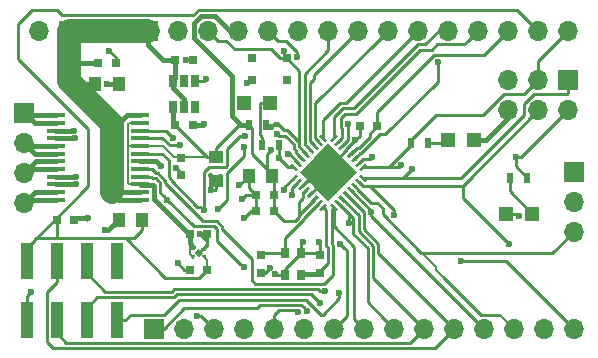
<source format=gbr>
G04 #@! TF.FileFunction,Copper,L1,Top,Signal*
%FSLAX46Y46*%
G04 Gerber Fmt 4.6, Leading zero omitted, Abs format (unit mm)*
G04 Created by KiCad (PCBNEW 4.0.7) date 01/27/18 13:27:30*
%MOMM*%
%LPD*%
G01*
G04 APERTURE LIST*
%ADD10C,0.100000*%
%ADD11R,1.000000X1.250000*%
%ADD12R,1.000000X3.150000*%
%ADD13R,0.650000X0.700000*%
%ADD14R,0.750000X0.800000*%
%ADD15R,0.800000X0.750000*%
%ADD16R,1.200000X1.200000*%
%ADD17R,0.500000X0.900000*%
%ADD18R,1.700000X1.700000*%
%ADD19O,1.700000X1.700000*%
%ADD20R,0.650000X1.060000*%
%ADD21R,1.250000X1.000000*%
%ADD22R,0.750000X0.850000*%
%ADD23R,1.500000X0.450000*%
%ADD24R,0.360000X0.210000*%
%ADD25C,0.600000*%
%ADD26C,0.250000*%
%ADD27C,0.400000*%
%ADD28C,0.200000*%
%ADD29C,2.000000*%
G04 APERTURE END LIST*
D10*
D11*
X99000000Y-103500000D03*
X97000000Y-103500000D03*
D12*
X96810000Y-106975000D03*
X96810000Y-112025000D03*
X94270000Y-106975000D03*
X94270000Y-112025000D03*
X91730000Y-106975000D03*
X91730000Y-112025000D03*
X89190000Y-106975000D03*
X89190000Y-112025000D03*
D13*
X108250000Y-89800000D03*
X111200000Y-89800000D03*
X108250000Y-91700000D03*
X111200000Y-91700000D03*
D14*
X114000000Y-106500000D03*
X114000000Y-108000000D03*
X109000000Y-108000000D03*
X109000000Y-106500000D03*
D15*
X110100000Y-101400000D03*
X108600000Y-101400000D03*
X110100000Y-102800000D03*
X108600000Y-102800000D03*
X118900000Y-95600000D03*
X117400000Y-95600000D03*
X93250000Y-103500000D03*
X91750000Y-103500000D03*
D14*
X102250000Y-99750000D03*
X102250000Y-98250000D03*
D15*
X103250000Y-95500000D03*
X101750000Y-95500000D03*
D16*
X124900000Y-96800000D03*
X127100000Y-96800000D03*
X109800000Y-93600000D03*
X107600000Y-93600000D03*
X132000000Y-103000000D03*
X129800000Y-103000000D03*
D17*
X108000000Y-95500000D03*
X109500000Y-95500000D03*
X109100000Y-97200000D03*
X110600000Y-97200000D03*
X121700000Y-97000000D03*
X123200000Y-97000000D03*
X130100000Y-100000000D03*
X131600000Y-100000000D03*
D15*
X103000000Y-107750000D03*
X104500000Y-107750000D03*
D18*
X135500000Y-99500000D03*
D19*
X135500000Y-102040000D03*
X135500000Y-104580000D03*
D20*
X101550000Y-93950000D03*
X102500000Y-93950000D03*
X103450000Y-93950000D03*
X103450000Y-91750000D03*
X101550000Y-91750000D03*
X102500000Y-91750000D03*
D18*
X135040000Y-91710000D03*
D19*
X135040000Y-94250000D03*
X132500000Y-91710000D03*
X132500000Y-94250000D03*
X129960000Y-91710000D03*
X129960000Y-94250000D03*
D11*
X108000000Y-99800000D03*
X110000000Y-99800000D03*
D15*
X96750000Y-90250000D03*
X95250000Y-90250000D03*
D11*
X95000000Y-92000000D03*
X97000000Y-92000000D03*
D21*
X105200000Y-98200000D03*
X105200000Y-100200000D03*
D15*
X104500000Y-104750000D03*
X103000000Y-104750000D03*
X103250000Y-90000000D03*
X101750000Y-90000000D03*
D18*
X100000000Y-112750000D03*
D19*
X102540000Y-112750000D03*
X105080000Y-112750000D03*
X107620000Y-112750000D03*
X110160000Y-112750000D03*
X112700000Y-112750000D03*
X115240000Y-112750000D03*
X117780000Y-112750000D03*
X120320000Y-112750000D03*
X122860000Y-112750000D03*
X125400000Y-112750000D03*
X127940000Y-112750000D03*
X130480000Y-112750000D03*
X133020000Y-112750000D03*
X135560000Y-112750000D03*
D18*
X99500000Y-87500000D03*
D19*
X102040000Y-87500000D03*
X104580000Y-87500000D03*
X107120000Y-87500000D03*
X109660000Y-87500000D03*
X112200000Y-87500000D03*
X114740000Y-87500000D03*
X117280000Y-87500000D03*
X119820000Y-87500000D03*
X122360000Y-87500000D03*
X124900000Y-87500000D03*
X127440000Y-87500000D03*
X129980000Y-87500000D03*
X132520000Y-87500000D03*
X135060000Y-87500000D03*
D18*
X92750000Y-87500000D03*
D19*
X90210000Y-87500000D03*
D18*
X89000000Y-94460000D03*
D19*
X89000000Y-97000000D03*
X89000000Y-99540000D03*
X89000000Y-102080000D03*
D22*
X112425000Y-108175000D03*
X111075000Y-108175000D03*
X112425000Y-106325000D03*
X111075000Y-106325000D03*
D10*
G36*
X111656408Y-100295495D02*
X111479631Y-100118718D01*
X111974606Y-99623743D01*
X112151383Y-99800520D01*
X111656408Y-100295495D01*
X111656408Y-100295495D01*
G37*
G36*
X112009961Y-100649049D02*
X111833184Y-100472272D01*
X112328159Y-99977297D01*
X112504936Y-100154074D01*
X112009961Y-100649049D01*
X112009961Y-100649049D01*
G37*
G36*
X112363515Y-101002602D02*
X112186738Y-100825825D01*
X112681713Y-100330850D01*
X112858490Y-100507627D01*
X112363515Y-101002602D01*
X112363515Y-101002602D01*
G37*
G36*
X112717068Y-101356156D02*
X112540291Y-101179379D01*
X113035266Y-100684404D01*
X113212043Y-100861181D01*
X112717068Y-101356156D01*
X112717068Y-101356156D01*
G37*
G36*
X113070621Y-101709709D02*
X112893844Y-101532932D01*
X113388819Y-101037957D01*
X113565596Y-101214734D01*
X113070621Y-101709709D01*
X113070621Y-101709709D01*
G37*
G36*
X113424175Y-102063262D02*
X113247398Y-101886485D01*
X113742373Y-101391510D01*
X113919150Y-101568287D01*
X113424175Y-102063262D01*
X113424175Y-102063262D01*
G37*
G36*
X113777728Y-102416816D02*
X113600951Y-102240039D01*
X114095926Y-101745064D01*
X114272703Y-101921841D01*
X113777728Y-102416816D01*
X113777728Y-102416816D01*
G37*
G36*
X114131282Y-102770369D02*
X113954505Y-102593592D01*
X114449480Y-102098617D01*
X114626257Y-102275394D01*
X114131282Y-102770369D01*
X114131282Y-102770369D01*
G37*
G36*
X115545495Y-102593592D02*
X115368718Y-102770369D01*
X114873743Y-102275394D01*
X115050520Y-102098617D01*
X115545495Y-102593592D01*
X115545495Y-102593592D01*
G37*
G36*
X115899049Y-102240039D02*
X115722272Y-102416816D01*
X115227297Y-101921841D01*
X115404074Y-101745064D01*
X115899049Y-102240039D01*
X115899049Y-102240039D01*
G37*
G36*
X116252602Y-101886485D02*
X116075825Y-102063262D01*
X115580850Y-101568287D01*
X115757627Y-101391510D01*
X116252602Y-101886485D01*
X116252602Y-101886485D01*
G37*
G36*
X116606156Y-101532932D02*
X116429379Y-101709709D01*
X115934404Y-101214734D01*
X116111181Y-101037957D01*
X116606156Y-101532932D01*
X116606156Y-101532932D01*
G37*
G36*
X116959709Y-101179379D02*
X116782932Y-101356156D01*
X116287957Y-100861181D01*
X116464734Y-100684404D01*
X116959709Y-101179379D01*
X116959709Y-101179379D01*
G37*
G36*
X117313262Y-100825825D02*
X117136485Y-101002602D01*
X116641510Y-100507627D01*
X116818287Y-100330850D01*
X117313262Y-100825825D01*
X117313262Y-100825825D01*
G37*
G36*
X117666816Y-100472272D02*
X117490039Y-100649049D01*
X116995064Y-100154074D01*
X117171841Y-99977297D01*
X117666816Y-100472272D01*
X117666816Y-100472272D01*
G37*
G36*
X118020369Y-100118718D02*
X117843592Y-100295495D01*
X117348617Y-99800520D01*
X117525394Y-99623743D01*
X118020369Y-100118718D01*
X118020369Y-100118718D01*
G37*
G36*
X117525394Y-99376257D02*
X117348617Y-99199480D01*
X117843592Y-98704505D01*
X118020369Y-98881282D01*
X117525394Y-99376257D01*
X117525394Y-99376257D01*
G37*
G36*
X117171841Y-99022703D02*
X116995064Y-98845926D01*
X117490039Y-98350951D01*
X117666816Y-98527728D01*
X117171841Y-99022703D01*
X117171841Y-99022703D01*
G37*
G36*
X116818287Y-98669150D02*
X116641510Y-98492373D01*
X117136485Y-97997398D01*
X117313262Y-98174175D01*
X116818287Y-98669150D01*
X116818287Y-98669150D01*
G37*
G36*
X116464734Y-98315596D02*
X116287957Y-98138819D01*
X116782932Y-97643844D01*
X116959709Y-97820621D01*
X116464734Y-98315596D01*
X116464734Y-98315596D01*
G37*
G36*
X116111181Y-97962043D02*
X115934404Y-97785266D01*
X116429379Y-97290291D01*
X116606156Y-97467068D01*
X116111181Y-97962043D01*
X116111181Y-97962043D01*
G37*
G36*
X115757627Y-97608490D02*
X115580850Y-97431713D01*
X116075825Y-96936738D01*
X116252602Y-97113515D01*
X115757627Y-97608490D01*
X115757627Y-97608490D01*
G37*
G36*
X115404074Y-97254936D02*
X115227297Y-97078159D01*
X115722272Y-96583184D01*
X115899049Y-96759961D01*
X115404074Y-97254936D01*
X115404074Y-97254936D01*
G37*
G36*
X115050520Y-96901383D02*
X114873743Y-96724606D01*
X115368718Y-96229631D01*
X115545495Y-96406408D01*
X115050520Y-96901383D01*
X115050520Y-96901383D01*
G37*
G36*
X114626257Y-96724606D02*
X114449480Y-96901383D01*
X113954505Y-96406408D01*
X114131282Y-96229631D01*
X114626257Y-96724606D01*
X114626257Y-96724606D01*
G37*
G36*
X114272703Y-97078159D02*
X114095926Y-97254936D01*
X113600951Y-96759961D01*
X113777728Y-96583184D01*
X114272703Y-97078159D01*
X114272703Y-97078159D01*
G37*
G36*
X113919150Y-97431713D02*
X113742373Y-97608490D01*
X113247398Y-97113515D01*
X113424175Y-96936738D01*
X113919150Y-97431713D01*
X113919150Y-97431713D01*
G37*
G36*
X113565596Y-97785266D02*
X113388819Y-97962043D01*
X112893844Y-97467068D01*
X113070621Y-97290291D01*
X113565596Y-97785266D01*
X113565596Y-97785266D01*
G37*
G36*
X113212043Y-98138819D02*
X113035266Y-98315596D01*
X112540291Y-97820621D01*
X112717068Y-97643844D01*
X113212043Y-98138819D01*
X113212043Y-98138819D01*
G37*
G36*
X112858490Y-98492373D02*
X112681713Y-98669150D01*
X112186738Y-98174175D01*
X112363515Y-97997398D01*
X112858490Y-98492373D01*
X112858490Y-98492373D01*
G37*
G36*
X112504936Y-98845926D02*
X112328159Y-99022703D01*
X111833184Y-98527728D01*
X112009961Y-98350951D01*
X112504936Y-98845926D01*
X112504936Y-98845926D01*
G37*
G36*
X112151383Y-99199480D02*
X111974606Y-99376257D01*
X111479631Y-98881282D01*
X111656408Y-98704505D01*
X112151383Y-99199480D01*
X112151383Y-99199480D01*
G37*
G36*
X115969759Y-100719759D02*
X114750000Y-99500000D01*
X115969759Y-98280241D01*
X117189518Y-99500000D01*
X115969759Y-100719759D01*
X115969759Y-100719759D01*
G37*
G36*
X114750000Y-99500000D02*
X113530241Y-98280241D01*
X114750000Y-97060482D01*
X115969759Y-98280241D01*
X114750000Y-99500000D01*
X114750000Y-99500000D01*
G37*
G36*
X114750000Y-101939518D02*
X113530241Y-100719759D01*
X114750000Y-99500000D01*
X115969759Y-100719759D01*
X114750000Y-101939518D01*
X114750000Y-101939518D01*
G37*
G36*
X113530241Y-100719759D02*
X112310482Y-99500000D01*
X113530241Y-98280241D01*
X114750000Y-99500000D01*
X113530241Y-100719759D01*
X113530241Y-100719759D01*
G37*
D23*
X91675000Y-94675000D03*
X91675000Y-95325000D03*
X91675000Y-95975000D03*
X91675000Y-96625000D03*
X91675000Y-97275000D03*
X91675000Y-97925000D03*
X91675000Y-98575000D03*
X91675000Y-99225000D03*
X91675000Y-99875000D03*
X91675000Y-100525000D03*
X91675000Y-101175000D03*
X91675000Y-101825000D03*
X98825000Y-101825000D03*
X98825000Y-101175000D03*
X98825000Y-100525000D03*
X98825000Y-99875000D03*
X98825000Y-99225000D03*
X98825000Y-98575000D03*
X98825000Y-97925000D03*
X98825000Y-97275000D03*
X98825000Y-96625000D03*
X98825000Y-95975000D03*
X98825000Y-95325000D03*
X98825000Y-94675000D03*
D10*
G36*
X103744076Y-105960641D02*
X104089360Y-106294077D01*
X103755924Y-106639361D01*
X103410640Y-106305925D01*
X103744076Y-105960641D01*
X103744076Y-105960641D01*
G37*
D24*
X104180000Y-105975001D03*
X103320000Y-105975001D03*
X104180000Y-106625001D03*
X103320000Y-106625001D03*
D25*
X103618587Y-111625010D03*
X109900234Y-95625296D03*
X107652986Y-96441042D03*
X111000000Y-89200000D03*
X104200385Y-102717685D03*
X110233333Y-108106275D03*
X115470037Y-99949727D03*
X103900003Y-104718789D03*
X104825395Y-101000000D03*
X107400000Y-101800000D03*
X107600000Y-103400000D03*
X107200000Y-100600000D03*
X113949988Y-105400000D03*
X112600000Y-105400000D03*
X117024789Y-96805990D03*
X101850008Y-99149387D03*
X100600000Y-99000000D03*
X107820010Y-91965661D03*
X107300009Y-93600000D03*
X104200000Y-95400000D03*
X96200000Y-89200000D03*
X96000002Y-92000000D03*
X95800000Y-104400000D03*
X94400000Y-103400000D03*
X89600000Y-109600000D03*
X102000000Y-107200000D03*
X109800000Y-107600000D03*
X114750000Y-98850000D03*
X102650002Y-90000000D03*
X104400000Y-91600000D03*
X130899998Y-103200000D03*
X93391229Y-100530264D03*
X93407497Y-99895806D03*
X93286454Y-96637942D03*
X93235813Y-95988814D03*
X109850005Y-97652563D03*
X130600000Y-98200000D03*
X118400000Y-98200000D03*
X111309567Y-97988063D03*
X112942033Y-111245158D03*
X110400000Y-96249998D03*
X107600000Y-97400000D03*
X105400000Y-102600000D03*
X110560939Y-98270152D03*
X112148943Y-111350170D03*
X110998924Y-100992042D03*
X107595090Y-107558950D03*
X101123569Y-101843877D03*
X115770032Y-105570032D03*
X111659046Y-101443992D03*
X116523427Y-103790690D03*
X101600000Y-96600000D03*
X118374990Y-102825010D03*
X102165694Y-97225010D03*
X120322648Y-103097647D03*
X114430023Y-109549170D03*
X130000000Y-105600000D03*
X115680035Y-109747434D03*
X126000000Y-107000000D03*
X121800000Y-99200000D03*
X112062105Y-89718852D03*
X116400000Y-95400000D03*
X124000000Y-90200000D03*
X114066807Y-110589576D03*
X120864906Y-98861265D03*
D26*
X103955010Y-111625010D02*
X103618587Y-111625010D01*
X105080000Y-112750000D02*
X103955010Y-111625010D01*
X111200000Y-89825000D02*
X112279465Y-90904465D01*
X111200000Y-89800000D02*
X111200000Y-89825000D01*
X112279465Y-97312322D02*
X112876167Y-97909024D01*
X112279465Y-97312322D02*
X112279465Y-96958054D01*
X112279465Y-96958054D02*
X111271410Y-95949997D01*
X112876167Y-97979720D02*
X112876167Y-97909024D01*
X112279465Y-90904465D02*
X112279465Y-97312322D01*
X111271410Y-95949997D02*
X111025001Y-95949997D01*
X110575004Y-95500000D02*
X110000000Y-95500000D01*
X111025001Y-95949997D02*
X110575004Y-95500000D01*
X110000000Y-95500000D02*
X109500000Y-95500000D01*
X111025001Y-95949997D02*
X110400301Y-95325297D01*
X110200233Y-95325297D02*
X109900234Y-95625296D01*
X110400301Y-95325297D02*
X110200233Y-95325297D01*
X106150001Y-97519763D02*
X107228722Y-96441042D01*
X104200385Y-102717685D02*
X104200385Y-99489613D01*
X106085001Y-99025001D02*
X106150001Y-98960001D01*
X104664997Y-99025001D02*
X106085001Y-99025001D01*
X106150001Y-98960001D02*
X106150001Y-97519763D01*
X107228722Y-96441042D02*
X107652986Y-96441042D01*
X104200385Y-99489613D02*
X104664997Y-99025001D01*
X111200000Y-89800000D02*
X110625000Y-89800000D01*
X110625000Y-89800000D02*
X109910783Y-89085783D01*
X109910783Y-89085783D02*
X106828260Y-89085783D01*
X106828260Y-89085783D02*
X106092476Y-88349999D01*
X106092476Y-88349999D02*
X105429999Y-88349999D01*
X105429999Y-88349999D02*
X104580000Y-87500000D01*
X111000000Y-89200000D02*
X111000000Y-89600000D01*
X111000000Y-89600000D02*
X111200000Y-89800000D01*
X103657591Y-102417686D02*
X103900386Y-102417686D01*
X101400034Y-100039733D02*
X101400034Y-100160129D01*
X101225002Y-99864701D02*
X101400034Y-100039733D01*
X101225002Y-98499998D02*
X101225002Y-99864701D01*
X98825000Y-97925000D02*
X100650004Y-97925000D01*
X100650004Y-97925000D02*
X101225002Y-98499998D01*
X103900386Y-102417686D02*
X104200385Y-102717685D01*
X101400034Y-100160129D02*
X103657591Y-102417686D01*
D27*
X96000002Y-92000000D02*
X97000000Y-92000000D01*
X94400000Y-103400000D02*
X93350000Y-103400000D01*
X93350000Y-103400000D02*
X93250000Y-103500000D01*
X95800000Y-104400000D02*
X96100000Y-104400000D01*
X96100000Y-104400000D02*
X97000000Y-103500000D01*
X127100000Y-96800000D02*
X128100000Y-96800000D01*
X128100000Y-96800000D02*
X129960000Y-94940000D01*
X129960000Y-94940000D02*
X129960000Y-94250000D01*
D26*
X104180000Y-105975001D02*
X104502799Y-105652202D01*
X104502799Y-105652202D02*
X104502799Y-105321585D01*
X104502799Y-105321585D02*
X103900003Y-104718789D01*
X115969759Y-99500000D02*
X114750000Y-98280241D01*
X114750000Y-100719759D02*
X115969759Y-99500000D01*
X113530241Y-99500000D02*
X114750000Y-98280241D01*
X110302058Y-108175000D02*
X110233333Y-108106275D01*
X111075000Y-108175000D02*
X110302058Y-108175000D01*
X112939612Y-100249728D02*
X114745772Y-100249728D01*
X114353825Y-100249728D02*
X114745772Y-100249728D01*
X112522614Y-100666726D02*
X112939612Y-100249728D01*
X113229720Y-101373833D02*
X114353825Y-100249728D01*
X115045773Y-99949727D02*
X115470037Y-99949727D01*
X114745772Y-100249728D02*
X115045773Y-99949727D01*
X105200000Y-100950000D02*
X105150000Y-101000000D01*
X105200000Y-100200000D02*
X105200000Y-100950000D01*
X105150000Y-101000000D02*
X104825395Y-101000000D01*
X108600000Y-101400000D02*
X107800000Y-101400000D01*
X107800000Y-101400000D02*
X107400000Y-101800000D01*
X108600000Y-102800000D02*
X108200000Y-102800000D01*
X108200000Y-102800000D02*
X107600000Y-103400000D01*
X108000000Y-99800000D02*
X107200000Y-100600000D01*
X114000000Y-105450012D02*
X113949988Y-105400000D01*
X114000000Y-106500000D02*
X114000000Y-105450012D01*
X112425000Y-106325000D02*
X112425000Y-105575000D01*
X112425000Y-105575000D02*
X112600000Y-105400000D01*
X116270280Y-97626167D02*
X116270280Y-97560499D01*
X116270280Y-97560499D02*
X117024789Y-96805990D01*
X117400000Y-95600000D02*
X117400000Y-96430779D01*
X117324788Y-96505991D02*
X117024789Y-96805990D01*
X117400000Y-96430779D02*
X117324788Y-96505991D01*
X102150007Y-99449386D02*
X101850008Y-99149387D01*
D27*
X98825000Y-98575000D02*
X100175000Y-98575000D01*
D26*
X102250000Y-99750000D02*
X102250000Y-99549379D01*
X102250000Y-99549379D02*
X102150007Y-99449386D01*
D27*
X100175000Y-98575000D02*
X100600000Y-99000000D01*
X108120009Y-91665662D02*
X107820010Y-91965661D01*
X107600000Y-93600000D02*
X107300009Y-93600000D01*
X108250000Y-91700000D02*
X108215662Y-91665662D01*
X108215662Y-91665662D02*
X108120009Y-91665662D01*
X103250000Y-95500000D02*
X104100000Y-95500000D01*
X104100000Y-95500000D02*
X104200000Y-95400000D01*
X105600000Y-99800000D02*
X105200000Y-100200000D01*
X104750000Y-99750000D02*
X105200000Y-100200000D01*
D26*
X96750000Y-90250000D02*
X96750000Y-89750000D01*
X96750000Y-89750000D02*
X96200000Y-89200000D01*
X94300000Y-103500000D02*
X94400000Y-103400000D01*
X89190000Y-112025000D02*
X89190000Y-110010000D01*
X89190000Y-110010000D02*
X89600000Y-109600000D01*
X104180000Y-105975001D02*
X104075000Y-105975001D01*
X104075000Y-105975001D02*
X103750000Y-106300001D01*
X104500000Y-104750000D02*
X104500000Y-105550001D01*
X104500000Y-105550001D02*
X103750000Y-106300001D01*
X103000000Y-107750000D02*
X102550000Y-107750000D01*
X102550000Y-107750000D02*
X102000000Y-107200000D01*
X112425000Y-106325000D02*
X113825000Y-106325000D01*
X113825000Y-106325000D02*
X114000000Y-106500000D01*
X111075000Y-108175000D02*
X111075000Y-107675000D01*
X111075000Y-107675000D02*
X112425000Y-106325000D01*
X109000000Y-108000000D02*
X109400000Y-108000000D01*
X109400000Y-108000000D02*
X109800000Y-107600000D01*
X103250000Y-90000000D02*
X102650002Y-90000000D01*
X103450000Y-91750000D02*
X104250000Y-91750000D01*
X104250000Y-91750000D02*
X104400000Y-91600000D01*
X129960000Y-94790000D02*
X129960000Y-94250000D01*
X129800000Y-103000000D02*
X130699998Y-103000000D01*
X130699998Y-103000000D02*
X130899998Y-103200000D01*
X108600000Y-101400000D02*
X108600000Y-102800000D01*
X108000000Y-99800000D02*
X108000000Y-100800000D01*
X108000000Y-100800000D02*
X108600000Y-101400000D01*
D27*
X93385965Y-100525000D02*
X93391229Y-100530264D01*
X91675000Y-100525000D02*
X93385965Y-100525000D01*
X93386691Y-99875000D02*
X93407497Y-99895806D01*
X91675000Y-99875000D02*
X93386691Y-99875000D01*
X93273512Y-96625000D02*
X93286454Y-96637942D01*
X91675000Y-96625000D02*
X93273512Y-96625000D01*
X93221999Y-95975000D02*
X93235813Y-95988814D01*
X91675000Y-95975000D02*
X93221999Y-95975000D01*
D26*
X116270280Y-97626167D02*
X115616206Y-98280241D01*
X115616206Y-98280241D02*
X114750000Y-98280241D01*
X114574989Y-102719101D02*
X114574989Y-105714987D01*
X114700001Y-105839999D02*
X114700001Y-107160001D01*
X114700001Y-107160001D02*
X113685002Y-108175000D01*
X114574989Y-105714987D02*
X114700001Y-105839999D01*
X113685002Y-108175000D02*
X113050000Y-108175000D01*
X114290381Y-102434493D02*
X114574989Y-102719101D01*
X113050000Y-108175000D02*
X112425000Y-108175000D01*
X114000000Y-108000000D02*
X112600000Y-108000000D01*
X112600000Y-108000000D02*
X112425000Y-108175000D01*
X111075000Y-105086415D02*
X111075000Y-106325000D01*
X112675013Y-103486402D02*
X111075000Y-105086415D01*
X112675013Y-103342754D02*
X112675013Y-103486402D01*
X113936827Y-102080940D02*
X112675013Y-103342754D01*
X111075000Y-106325000D02*
X109175000Y-106325000D01*
X109175000Y-106325000D02*
X109000000Y-106500000D01*
X117172561Y-97430992D02*
X117324791Y-97430992D01*
X118875000Y-95600000D02*
X118900000Y-95600000D01*
X118250000Y-96225000D02*
X118875000Y-95600000D01*
X118250000Y-96505783D02*
X118250000Y-96225000D01*
X117324791Y-97430992D02*
X118250000Y-96505783D01*
X116623833Y-97979720D02*
X117172561Y-97430992D01*
X127905002Y-89574998D02*
X129130001Y-88349999D01*
X118900000Y-95600000D02*
X118900000Y-94374996D01*
X123699998Y-89574998D02*
X127905002Y-89574998D01*
X129130001Y-88349999D02*
X129980000Y-87500000D01*
X118900000Y-94374996D02*
X123699998Y-89574998D01*
D28*
X97774999Y-100424999D02*
X97774999Y-97375001D01*
X98825000Y-100525000D02*
X97875000Y-100525000D01*
X97875000Y-100525000D02*
X97774999Y-100424999D01*
X97774999Y-97174999D02*
X97774999Y-95425001D01*
X97875000Y-97275000D02*
X97774999Y-97174999D01*
X97774999Y-97375001D02*
X97875000Y-97275000D01*
X98825000Y-97275000D02*
X97875000Y-97275000D01*
X97774999Y-95425001D02*
X97875000Y-95325000D01*
X97875000Y-95325000D02*
X98825000Y-95325000D01*
D26*
X109550006Y-99225006D02*
X109550006Y-97952562D01*
X110000000Y-99675000D02*
X109550006Y-99225006D01*
X109550006Y-97952562D02*
X109850005Y-97652563D01*
X110000000Y-99800000D02*
X110000000Y-99675000D01*
X103000000Y-105525000D02*
X103000000Y-105655001D01*
X103000000Y-105655001D02*
X103295040Y-105950041D01*
X108277987Y-97952987D02*
X110000000Y-99675000D01*
X108000000Y-95500000D02*
X108277987Y-95777987D01*
X108277987Y-95777987D02*
X108277987Y-97952987D01*
X107500000Y-95500000D02*
X108000000Y-95500000D01*
X105200000Y-97450000D02*
X107150000Y-95500000D01*
X107150000Y-95500000D02*
X107500000Y-95500000D01*
X105200000Y-98200000D02*
X105200000Y-97450000D01*
X118231370Y-98368630D02*
X118400000Y-98200000D01*
X117649137Y-98368630D02*
X118231370Y-98368630D01*
X117330940Y-98686827D02*
X117649137Y-98368630D01*
D27*
X106599999Y-94749999D02*
X106599999Y-91370001D01*
X105179960Y-86249999D02*
X106429961Y-87500000D01*
X106429961Y-87500000D02*
X107120000Y-87500000D01*
X103329999Y-86899999D02*
X103979999Y-86249999D01*
X103329999Y-88100001D02*
X103329999Y-86899999D01*
X103979999Y-86249999D02*
X105179960Y-86249999D01*
X107350000Y-95500000D02*
X106599999Y-94749999D01*
X106599999Y-91370001D02*
X103329999Y-88100001D01*
X108000000Y-95500000D02*
X107350000Y-95500000D01*
X99975001Y-100629999D02*
X99895001Y-100549999D01*
X98849999Y-100549999D02*
X98825000Y-100525000D01*
X103000000Y-104750000D02*
X102975000Y-104750000D01*
X102975000Y-104750000D02*
X99975001Y-101750001D01*
X99975001Y-101750001D02*
X99975001Y-100629999D01*
X99895001Y-100549999D02*
X98849999Y-100549999D01*
D26*
X130600000Y-98200000D02*
X130600000Y-99000000D01*
X130600000Y-99000000D02*
X131600000Y-100000000D01*
X130600000Y-98200000D02*
X131090000Y-98200000D01*
X131090000Y-98200000D02*
X135040000Y-94250000D01*
D28*
X103000000Y-104750000D02*
X103000000Y-106400000D01*
X103000000Y-106400000D02*
X103320000Y-106720000D01*
X103320000Y-106720000D02*
X103320000Y-106639565D01*
D27*
X103000000Y-104750000D02*
X103000000Y-105525000D01*
X103000000Y-105525000D02*
X103307007Y-105832007D01*
D28*
X101698940Y-98225000D02*
X102250000Y-98225000D01*
X100748940Y-97275000D02*
X101698940Y-98225000D01*
X98825000Y-97275000D02*
X100748940Y-97275000D01*
D26*
X112225002Y-102025002D02*
X112225002Y-103300002D01*
X112568834Y-101327613D02*
X112568834Y-101681170D01*
X112876167Y-101020280D02*
X112568834Y-101327613D01*
X112568834Y-101681170D02*
X112225002Y-102025002D01*
X112225002Y-103300002D02*
X111900002Y-103625002D01*
X111900002Y-103625002D02*
X110950002Y-103625002D01*
X110950002Y-103625002D02*
X110125000Y-102800000D01*
X112225002Y-103085658D02*
X112225002Y-103300002D01*
X113583274Y-101727386D02*
X112225002Y-103085658D01*
X110125000Y-102800000D02*
X110100000Y-102800000D01*
X101750000Y-95500000D02*
X101775000Y-95500000D01*
X101775000Y-95500000D02*
X104475000Y-98200000D01*
X104475000Y-98200000D02*
X105200000Y-98200000D01*
D27*
X101550000Y-93950000D02*
X101550000Y-95300000D01*
X101550000Y-95300000D02*
X101750000Y-95500000D01*
D28*
X102250000Y-98250000D02*
X102250000Y-98225000D01*
X102250000Y-98225000D02*
X102275000Y-98200000D01*
X102275000Y-98200000D02*
X105200000Y-98200000D01*
D26*
X110100000Y-101400000D02*
X110100000Y-99900000D01*
X110100000Y-99900000D02*
X110000000Y-99800000D01*
X110100000Y-102800000D02*
X110100000Y-101400000D01*
D29*
X96400000Y-95400000D02*
X96400000Y-101200000D01*
X92750000Y-91750000D02*
X93000000Y-92000000D01*
X93000000Y-92000000D02*
X95600000Y-94600000D01*
D27*
X95000000Y-92000000D02*
X94100000Y-92000000D01*
X94100000Y-92000000D02*
X93000000Y-92000000D01*
D29*
X95600000Y-94600000D02*
X96400000Y-95400000D01*
X92750000Y-90350000D02*
X92750000Y-91750000D01*
D27*
X101550000Y-91750000D02*
X101550000Y-92374998D01*
X101550000Y-92374998D02*
X102500000Y-93324998D01*
X102500000Y-93324998D02*
X102500000Y-93950000D01*
X101750000Y-90000000D02*
X101750000Y-91550000D01*
X101750000Y-91550000D02*
X101550000Y-91750000D01*
X99500000Y-87500000D02*
X99500000Y-88750000D01*
X99500000Y-88750000D02*
X100750000Y-90000000D01*
X100750000Y-90000000D02*
X101750000Y-90000000D01*
D29*
X92750000Y-87500000D02*
X99500000Y-87500000D01*
D27*
X96400000Y-101200000D02*
X97025000Y-101825000D01*
X97025000Y-101825000D02*
X98825000Y-101825000D01*
X98825000Y-101175000D02*
X97675000Y-101175000D01*
X97675000Y-101175000D02*
X97650000Y-101200000D01*
X97650000Y-101200000D02*
X96400000Y-101200000D01*
X98825000Y-94675000D02*
X97675000Y-94675000D01*
X97675000Y-94675000D02*
X96950000Y-95400000D01*
X96950000Y-95400000D02*
X96400000Y-95400000D01*
X92750000Y-90350000D02*
X92850000Y-90250000D01*
X92850000Y-90250000D02*
X95250000Y-90250000D01*
D29*
X92750000Y-87500000D02*
X92750000Y-90350000D01*
D26*
X103762533Y-85724988D02*
X130744988Y-85724988D01*
X88434449Y-86968722D02*
X89669039Y-85734132D01*
X92201163Y-86174990D02*
X103312531Y-86174990D01*
X103312531Y-86174990D02*
X103762533Y-85724988D01*
X88434449Y-89874447D02*
X88434449Y-86968722D01*
X89669039Y-85734132D02*
X91760305Y-85734132D01*
X91760305Y-85734132D02*
X92201163Y-86174990D01*
X94425400Y-95865398D02*
X88434449Y-89874447D01*
X94425400Y-100675000D02*
X94425400Y-95865398D01*
X94415000Y-100675000D02*
X94425400Y-100675000D01*
X89190000Y-105900000D02*
X94415000Y-100675000D01*
X130744988Y-85724988D02*
X132520000Y-87500000D01*
X104500000Y-107750000D02*
X104475000Y-107750000D01*
X104475000Y-107750000D02*
X103774999Y-108450001D01*
X103774999Y-108450001D02*
X100945003Y-108450001D01*
X100945003Y-108450001D02*
X97570001Y-105074999D01*
X89190000Y-105900000D02*
X89190000Y-106975000D01*
X91750000Y-103500000D02*
X91775000Y-103500000D01*
X99000000Y-103500000D02*
X99000000Y-104375000D01*
X99000000Y-104375000D02*
X98300001Y-105074999D01*
X98300001Y-105074999D02*
X97570001Y-105074999D01*
X97570001Y-105074999D02*
X91800000Y-105074999D01*
X91800000Y-105074999D02*
X90015001Y-105074999D01*
X91750000Y-103500000D02*
X91750000Y-104125000D01*
X91750000Y-104125000D02*
X91800000Y-104175000D01*
X91800000Y-104175000D02*
X91800000Y-105074999D01*
X90015001Y-105074999D02*
X89190000Y-105900000D01*
X99000000Y-103625000D02*
X99000000Y-103500000D01*
D28*
X104500000Y-107750000D02*
X104500000Y-106945001D01*
X104500000Y-106945001D02*
X104187282Y-106632283D01*
D26*
X122010001Y-113599999D02*
X122860000Y-112750000D01*
X91730000Y-113100000D02*
X92555001Y-113925001D01*
X91730000Y-112025000D02*
X91730000Y-113100000D01*
X121684999Y-113925001D02*
X122010001Y-113599999D01*
X92555001Y-113925001D02*
X121684999Y-113925001D01*
X118525024Y-108415024D02*
X122010001Y-111900001D01*
X117299978Y-104502152D02*
X118525024Y-105727198D01*
X118525024Y-105727198D02*
X118525024Y-108415024D01*
X117299978Y-103110638D02*
X117299978Y-104502152D01*
X122010001Y-111900001D02*
X122860000Y-112750000D01*
X115916726Y-101727386D02*
X117299978Y-103110638D01*
D27*
X91675000Y-95325000D02*
X89865000Y-95325000D01*
X89865000Y-95325000D02*
X89000000Y-94460000D01*
X91675000Y-94675000D02*
X89215000Y-94675000D01*
X89215000Y-94675000D02*
X89000000Y-94460000D01*
X91675000Y-97925000D02*
X89925000Y-97925000D01*
X89925000Y-97925000D02*
X89000000Y-97000000D01*
X91675000Y-97275000D02*
X89275000Y-97275000D01*
X89275000Y-97275000D02*
X89000000Y-97000000D01*
X91675000Y-99225000D02*
X89315000Y-99225000D01*
X89315000Y-99225000D02*
X89000000Y-99540000D01*
X91675000Y-98575000D02*
X89965000Y-98575000D01*
X89965000Y-98575000D02*
X89000000Y-99540000D01*
X91675000Y-101825000D02*
X89255000Y-101825000D01*
X89255000Y-101825000D02*
X89000000Y-102080000D01*
X91675000Y-101175000D02*
X89905000Y-101175000D01*
X89905000Y-101175000D02*
X89000000Y-102080000D01*
D26*
X123200000Y-97000000D02*
X124700000Y-97000000D01*
X124700000Y-97000000D02*
X124900000Y-96800000D01*
X109100000Y-97200000D02*
X109100000Y-96500000D01*
X109100000Y-96500000D02*
X108924999Y-96324999D01*
X108924999Y-96324999D02*
X108924999Y-93625001D01*
X108924999Y-93625001D02*
X108950000Y-93600000D01*
X108950000Y-93600000D02*
X109800000Y-93600000D01*
X130100000Y-100000000D02*
X130100000Y-101100000D01*
X130100000Y-101100000D02*
X132000000Y-103000000D01*
X111470296Y-97988063D02*
X111309567Y-97988063D01*
X112169060Y-98686827D02*
X111470296Y-97988063D01*
X108719052Y-111000000D02*
X108994007Y-110725045D01*
X102550998Y-111000000D02*
X108719052Y-111000000D01*
X108994007Y-110725045D02*
X112421920Y-110725045D01*
X112642034Y-110945159D02*
X112942033Y-111245158D01*
X112421920Y-110725045D02*
X112642034Y-110945159D01*
X100000000Y-112750000D02*
X100800998Y-112750000D01*
X100800998Y-112750000D02*
X102550998Y-111000000D01*
X111829455Y-97144453D02*
X111829456Y-97501294D01*
X111973563Y-97645401D02*
X111973563Y-97784223D01*
X110575001Y-96424999D02*
X111110001Y-96424999D01*
X110400000Y-96249998D02*
X110575001Y-96424999D01*
X111110001Y-96424999D02*
X111829455Y-97144453D01*
X112204417Y-98015077D02*
X112522614Y-98333274D01*
X111973563Y-97784223D02*
X112204417Y-98015077D01*
X111829456Y-97501294D02*
X111973563Y-97645401D01*
X105400000Y-102600000D02*
X106150001Y-101849999D01*
X106150001Y-101849999D02*
X106150001Y-99596412D01*
X106150001Y-99596412D02*
X107600000Y-98146413D01*
X107600000Y-98146413D02*
X107600000Y-97400000D01*
X110860938Y-98570151D02*
X110560939Y-98270152D01*
X111331168Y-99040381D02*
X110860938Y-98570151D01*
X111815507Y-99040381D02*
X111331168Y-99040381D01*
X110160000Y-111547919D02*
X110532863Y-111175056D01*
X110532863Y-111175056D02*
X111973829Y-111175056D01*
X111973829Y-111175056D02*
X112148943Y-111350170D01*
X110160000Y-112750000D02*
X110160000Y-111547919D01*
X110578553Y-98303557D02*
X110578553Y-97221447D01*
X111315377Y-99040381D02*
X110578553Y-98303557D01*
X110578553Y-97221447D02*
X110600000Y-97200000D01*
X111815507Y-99040381D02*
X111315377Y-99040381D01*
X110998924Y-100776203D02*
X110998924Y-100992042D01*
X111815507Y-99959619D02*
X110998924Y-100776203D01*
X107295091Y-107258951D02*
X107595090Y-107558950D01*
X103329691Y-104049999D02*
X105042306Y-104049999D01*
X101123569Y-101843877D02*
X103329691Y-104049999D01*
X105324988Y-105288848D02*
X107295091Y-107258951D01*
X105324988Y-104332681D02*
X105324988Y-105288848D01*
X105042306Y-104049999D02*
X105324988Y-104332681D01*
X99863573Y-100024988D02*
X100112467Y-100024988D01*
X99713585Y-99875000D02*
X99863573Y-100024988D01*
X98825000Y-99875000D02*
X99713585Y-99875000D01*
X100500012Y-101220320D02*
X100823570Y-101543878D01*
X100823570Y-101543878D02*
X101123569Y-101843877D01*
X100112467Y-100024988D02*
X100500012Y-100412533D01*
X100500012Y-100412533D02*
X100500012Y-101220320D01*
X116070031Y-105870031D02*
X115770032Y-105570032D01*
X116305036Y-106105036D02*
X116070031Y-105870031D01*
X115240000Y-112750000D02*
X116305036Y-111684964D01*
X116305036Y-111684964D02*
X116305036Y-106105036D01*
X111659046Y-101019728D02*
X111659046Y-101443992D01*
X112169060Y-100313173D02*
X111659046Y-100823187D01*
X111659046Y-100823187D02*
X111659046Y-101019728D01*
X98825000Y-99225000D02*
X99825000Y-99225000D01*
X99825000Y-99225000D02*
X100174977Y-99574977D01*
X100950023Y-100386434D02*
X104163577Y-103599988D01*
X115150012Y-105653599D02*
X115050521Y-105554108D01*
X115050521Y-105554108D02*
X115050521Y-102593591D01*
X115050521Y-102593591D02*
X115209619Y-102434493D01*
X108299999Y-106825001D02*
X108299999Y-108660001D01*
X100174977Y-99574977D02*
X100298867Y-99574977D01*
X100298867Y-99574977D02*
X100950023Y-100226133D01*
X100950023Y-100226133D02*
X100950023Y-100386434D01*
X104163577Y-103599988D02*
X105274986Y-103599988D01*
X105274986Y-103599988D02*
X105774999Y-104100001D01*
X105774999Y-104100001D02*
X105774999Y-104300001D01*
X105774999Y-104300001D02*
X108299999Y-106825001D01*
X108299999Y-108660001D02*
X108564999Y-108925001D01*
X108564999Y-108925001D02*
X114397598Y-108925001D01*
X114397598Y-108925001D02*
X115150012Y-108172587D01*
X115150012Y-108172587D02*
X115150012Y-105653599D01*
X115209619Y-104084615D02*
X116930001Y-105804997D01*
X116930001Y-105804997D02*
X116930001Y-111900001D01*
X115209619Y-102434493D02*
X115209619Y-104084615D01*
X116930001Y-111900001D02*
X117780000Y-112750000D01*
X118075013Y-110505013D02*
X119470001Y-111900001D01*
X116849967Y-104688552D02*
X118075013Y-105913598D01*
X115563173Y-102080940D02*
X116849967Y-103367734D01*
X119470001Y-111900001D02*
X120320000Y-112750000D01*
X118075013Y-105913598D02*
X118075013Y-110505013D01*
X116849967Y-103367734D02*
X116849967Y-104688552D01*
X116523427Y-103366426D02*
X116523427Y-103790690D01*
X116523427Y-103041194D02*
X116523427Y-103366426D01*
X115482233Y-102000000D02*
X116523427Y-103041194D01*
X98825000Y-95975000D02*
X100975000Y-95975000D01*
X100975000Y-95975000D02*
X101600000Y-96600000D01*
X91730000Y-106975000D02*
X91730000Y-108800000D01*
X91730000Y-108800000D02*
X90904999Y-109625001D01*
X90904999Y-109625001D02*
X90904999Y-113860001D01*
X90904999Y-113860001D02*
X91420010Y-114375012D01*
X123774988Y-114375012D02*
X124550001Y-113599999D01*
X124550001Y-113599999D02*
X125400000Y-112750000D01*
X91420010Y-114375012D02*
X123774988Y-114375012D01*
X124550001Y-111900001D02*
X125400000Y-112750000D01*
X117749989Y-102853542D02*
X117749989Y-104315752D01*
X118975035Y-106325035D02*
X124550001Y-111900001D01*
X117749989Y-104315752D02*
X118975035Y-105540798D01*
X118975035Y-105540798D02*
X118975035Y-106325035D01*
X116270280Y-101373833D02*
X117749989Y-102853542D01*
X118374990Y-103184990D02*
X118374990Y-102825010D01*
X127940000Y-112750000D02*
X118374990Y-103184990D01*
X118374990Y-102771437D02*
X118374990Y-102825010D01*
X116623833Y-101020280D02*
X118374990Y-102771437D01*
X101741430Y-97225010D02*
X102165694Y-97225010D01*
X101300006Y-97225010D02*
X101741430Y-97225010D01*
X100699996Y-96625000D02*
X101300006Y-97225010D01*
X98825000Y-96625000D02*
X100699996Y-96625000D01*
D28*
X123868184Y-107546812D02*
X123868184Y-107803186D01*
X123868184Y-107803186D02*
X124424999Y-108360001D01*
X123868184Y-107546812D02*
X122696371Y-106374999D01*
X129304999Y-111574999D02*
X130480000Y-112750000D01*
D26*
X135500000Y-104580000D02*
X133705001Y-106374999D01*
X133705001Y-106374999D02*
X122696371Y-106374999D01*
X122696371Y-106374999D02*
X122614776Y-106293404D01*
X122614776Y-106293404D02*
X122604064Y-106293404D01*
X122604064Y-106293404D02*
X119343501Y-103032841D01*
X119343501Y-103032841D02*
X119343501Y-102535884D01*
X119343501Y-102535884D02*
X118882983Y-102075366D01*
X118882983Y-102075366D02*
X118386026Y-102075366D01*
X118386026Y-102075366D02*
X117295583Y-100984923D01*
X117295583Y-100984923D02*
X116977386Y-100666726D01*
X124424999Y-108360001D02*
X127639997Y-111574999D01*
X127639997Y-111574999D02*
X129304999Y-111574999D01*
X120322648Y-102673383D02*
X120322648Y-103097647D01*
X118280635Y-100631370D02*
X120322648Y-102673383D01*
X117649137Y-100631370D02*
X118280635Y-100631370D01*
X114005759Y-109549170D02*
X114430023Y-109549170D01*
X113831601Y-109375012D02*
X114005759Y-109549170D01*
X95820000Y-109600000D02*
X101490767Y-109600000D01*
X101490767Y-109600000D02*
X101715755Y-109375012D01*
X101715755Y-109375012D02*
X113831601Y-109375012D01*
X94270000Y-108050000D02*
X95820000Y-109600000D01*
X94270000Y-106975000D02*
X94270000Y-108050000D01*
X126118630Y-100631370D02*
X126118630Y-101718630D01*
X126118630Y-101718630D02*
X130000000Y-105600000D01*
X117649137Y-100631370D02*
X117330940Y-100313173D01*
X117649137Y-100631370D02*
X126118630Y-100631370D01*
X126118630Y-100631370D02*
X132500000Y-94250000D01*
X100788590Y-111574999D02*
X102088555Y-110275034D01*
X98010001Y-111574999D02*
X100788590Y-111574999D01*
X102088555Y-110275034D02*
X112855808Y-110275034D01*
X96810000Y-112025000D02*
X97560000Y-112025000D01*
X97560000Y-112025000D02*
X98010001Y-111574999D01*
X115680035Y-110171698D02*
X115680035Y-109747434D01*
X114276734Y-111574999D02*
X115680035Y-110171698D01*
X114155773Y-111574999D02*
X114276734Y-111574999D01*
X112855808Y-110275034D02*
X114155773Y-111574999D01*
X126000000Y-107000000D02*
X129810000Y-107000000D01*
X129810000Y-107000000D02*
X135560000Y-112750000D01*
X117684493Y-99959619D02*
X121000000Y-99959619D01*
X121000000Y-99959619D02*
X125989383Y-99959619D01*
X121800000Y-99200000D02*
X121040381Y-99959619D01*
X121040381Y-99959619D02*
X121000000Y-99959619D01*
X125989383Y-99959619D02*
X131324999Y-94624003D01*
X131324999Y-94624003D02*
X131324999Y-93685999D01*
X131324999Y-93685999D02*
X132125997Y-92885001D01*
X132125997Y-92885001D02*
X134964999Y-92885001D01*
X134964999Y-92885001D02*
X135040000Y-92810000D01*
X135040000Y-92810000D02*
X135040000Y-91710000D01*
X112062105Y-89294588D02*
X112062105Y-89718852D01*
X111117516Y-88349999D02*
X112062105Y-89294588D01*
X109660000Y-87500000D02*
X110509999Y-88349999D01*
X110509999Y-88349999D02*
X111117516Y-88349999D01*
X116400000Y-96789340D02*
X115916726Y-97272614D01*
X116400000Y-95400000D02*
X116400000Y-96789340D01*
X119092193Y-96300001D02*
X119560001Y-96300001D01*
X124000000Y-91860002D02*
X124000000Y-90624264D01*
X117511191Y-97881003D02*
X119092193Y-96300001D01*
X117429657Y-97881003D02*
X117511191Y-97881003D01*
X124000000Y-90624264D02*
X124000000Y-90200000D01*
X116977386Y-98333274D02*
X117429657Y-97881003D01*
X119560001Y-96300001D02*
X124000000Y-91860002D01*
X114740000Y-88702081D02*
X114740000Y-87500000D01*
X113229720Y-97626167D02*
X112729474Y-97125921D01*
X112729474Y-97125921D02*
X112729474Y-91195528D01*
X114740000Y-89185002D02*
X114740000Y-88702081D01*
X112729474Y-91195528D02*
X114740000Y-89185002D01*
X113179484Y-96868824D02*
X113179484Y-91918239D01*
X113583274Y-97272614D02*
X113179484Y-96868824D01*
X113499971Y-91597752D02*
X113499971Y-91280029D01*
X113179484Y-91918239D02*
X113499971Y-91597752D01*
X116430001Y-88349999D02*
X117280000Y-87500000D01*
X113499971Y-91280029D02*
X116430001Y-88349999D01*
X113646480Y-96254798D02*
X113646480Y-93673520D01*
X118970001Y-88349999D02*
X119820000Y-87500000D01*
X113646480Y-93673520D02*
X118970001Y-88349999D01*
X113629495Y-96271783D02*
X113646480Y-96254798D01*
X113629495Y-96611728D02*
X113629495Y-96271783D01*
X113936827Y-96919060D02*
X113629495Y-96611728D01*
X114290381Y-95111795D02*
X115764216Y-93637960D01*
X115764216Y-93637960D02*
X116222039Y-93637960D01*
X116222039Y-93637960D02*
X121510001Y-88349999D01*
X121510001Y-88349999D02*
X122360000Y-87500000D01*
X114290381Y-96565507D02*
X114290381Y-95111795D01*
X115209619Y-94828968D02*
X115950616Y-94087971D01*
X116915615Y-94087971D02*
X122328586Y-88675001D01*
X115950616Y-94087971D02*
X116915615Y-94087971D01*
X115209619Y-96565507D02*
X115209619Y-94828968D01*
X122328586Y-88675001D02*
X122924001Y-88675001D01*
X122924001Y-88675001D02*
X124099002Y-87500000D01*
X124099002Y-87500000D02*
X124900000Y-87500000D01*
X126590001Y-88349999D02*
X127440000Y-87500000D01*
X126264999Y-88675001D02*
X126590001Y-88349999D01*
X123974998Y-88675001D02*
X126264999Y-88675001D01*
X123524987Y-89125012D02*
X123974998Y-88675001D01*
X122514986Y-89125012D02*
X123524987Y-89125012D01*
X115881370Y-96600863D02*
X115881370Y-95806372D01*
X115774999Y-94899999D02*
X116137016Y-94537982D01*
X115563173Y-96919060D02*
X115881370Y-96600863D01*
X115774999Y-95700001D02*
X115774999Y-94899999D01*
X116137016Y-94537982D02*
X117102016Y-94537982D01*
X117102016Y-94537982D02*
X122514986Y-89125012D01*
X115881370Y-95806372D02*
X115774999Y-95700001D01*
X115870505Y-96611728D02*
X115870505Y-95769493D01*
X115563173Y-96919060D02*
X115870505Y-96611728D01*
X95126034Y-110093966D02*
X101633212Y-110093966D01*
X94270000Y-110950000D02*
X95126034Y-110093966D01*
X101633212Y-110093966D02*
X101902155Y-109825023D01*
X113302254Y-109825023D02*
X113766808Y-110289577D01*
X113766808Y-110289577D02*
X114066807Y-110589576D01*
X101902155Y-109825023D02*
X113302254Y-109825023D01*
X94270000Y-112025000D02*
X94270000Y-110950000D01*
X120685790Y-99040381D02*
X120864906Y-98861265D01*
X117684493Y-99040381D02*
X120685790Y-99040381D01*
X132500000Y-91710000D02*
X132500000Y-90060000D01*
X132500000Y-90060000D02*
X135060000Y-87500000D01*
X121700000Y-97000000D02*
X121700000Y-96800000D01*
X121700000Y-96800000D02*
X123824999Y-94675001D01*
X123824999Y-94675001D02*
X127795997Y-94675001D01*
X127795997Y-94675001D02*
X129585997Y-92885001D01*
X129585997Y-92885001D02*
X131324999Y-92885001D01*
X131324999Y-92885001D02*
X132500000Y-91710000D01*
X117684493Y-99040381D02*
X119859619Y-99040381D01*
X119859619Y-99040381D02*
X121700000Y-97200000D01*
X121700000Y-97200000D02*
X121700000Y-97000000D01*
M02*

</source>
